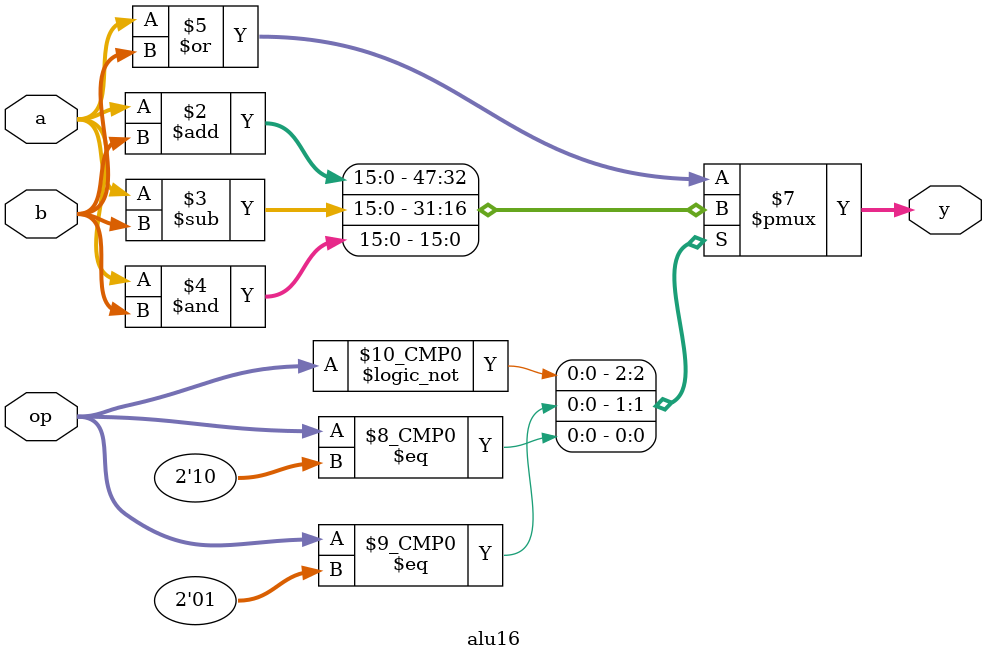
<source format=sv>
`timescale 1ns/1ps
module alu16(
  input  logic [15:0] a,
  input  logic [15:0] b,
  input  logic [1:0]  op,
  output logic [15:0] y
);
  always_comb begin
    unique case (op)
      2'b00: y = a + b;
      2'b01: y = a - b;
      2'b10: y = a & b;
      default: y = a | b;
    endcase
  end
endmodule

</source>
